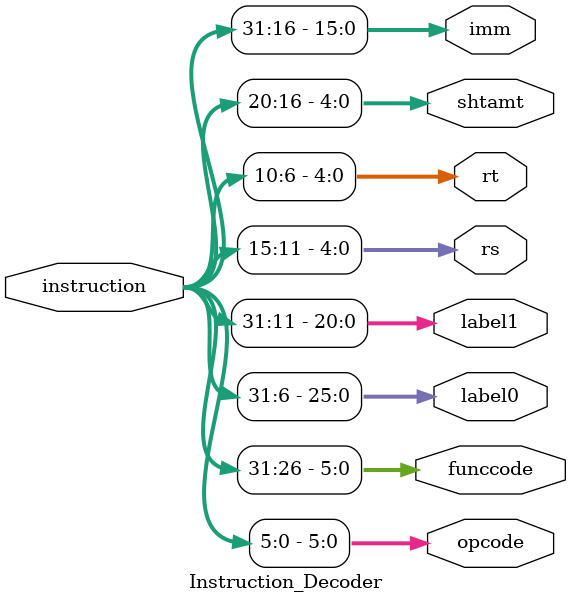
<source format=v>
`timescale 1ns/1ps
/* ---------------------------------------------------------
*    # COMPUTER ORGANIZATION LABORATORY
*    # AUTUMN SEMESTER 2022
*    # RISC Processor Design
*    # Group No. 60
*    # Abhay Kumar Keshari 20CS10001
*    # Hardik Soni 20CS30023
*---------------------------------------------------------
*/ 
module Instruction_Decoder(
    input  [31:0] instruction,
    output [5:0] opcode,
    output [5:0] funccode,
    output [25:0] label0,
    output [20:0] label1,
    output [4:0] rs,
    output [4:0] rt,
    output [4:0] shtamt,
    output [15:0] imm
);
// The module to slice the 32-bit instructuion into separate fields to decode the instruction
// into opcode, funccode, rs, rt, shamt, imm
    assign opcode   = instruction[5:0];         // Opcode
    assign funccode = instruction[31:26];       // Function code
    assign label0   = instruction[31:6];        // Jump address for 26-bit addresses
    assign label1   = instruction[31:11];       // Jump address for 16-bit addresses
    assign rs       = instruction[15:11];       // Register rs
    assign rt       = instruction[10:6];        // Register rt
    assign shtamt   = instruction[20:16];       // Shift amount
    assign imm      = instruction[31:16];       // Immediate value
endmodule
</source>
